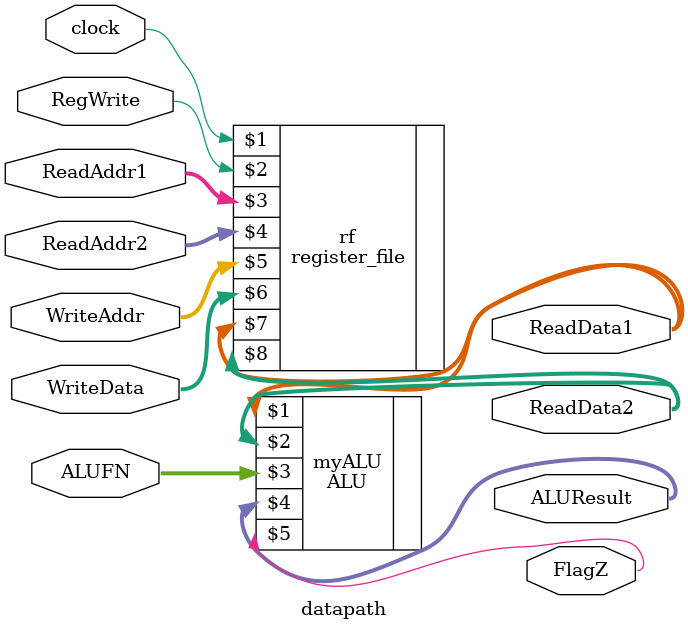
<source format=sv>
`timescale 1ns / 1ps
`default_nettype none


module datapath #(
   parameter Nloc = 32,                      // Number of registers 
   parameter Dbits = 32                     // Number of bits in data (regs, ALU)
)(
   input wire clock,
   input wire RegWrite,                            
   input wire [$clog2(Nloc)-1 : 0] ReadAddr1, ReadAddr2, WriteAddr,
   input wire [4:0] ALUFN,                                            
   input wire [Dbits-1 : 0] WriteData,   
   
   output wire [Dbits-1 : 0] ReadData1, ReadData2, ALUResult,
   output wire FlagZ   
);
    
  register_file #(Nloc, Dbits) rf(clock, RegWrite, ReadAddr1, ReadAddr2, WriteAddr, WriteData, ReadData1, ReadData2); 
    
  ALU #(Dbits) myALU(ReadData1, ReadData2, ALUFN, ALUResult, FlagZ); 
   
endmodule

</source>
